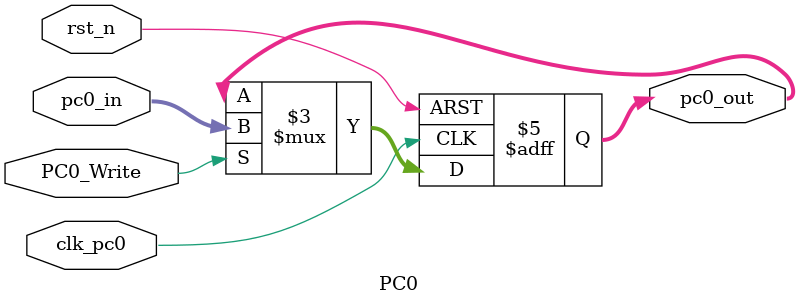
<source format=v>
`timescale 1ns / 1ps


module PC0(
        input rst_n,
        input clk_pc0,
        input [31:0] pc0_in,
        input PC0_Write,
        output reg [31:0] pc0_out
    );
    always @(negedge rst_n or posedge clk_pc0)
        begin
            if(!rst_n)
                pc0_out <= 32'b0;
            else if(PC0_Write)
                pc0_out <= pc0_in;
        end 
endmodule

</source>
